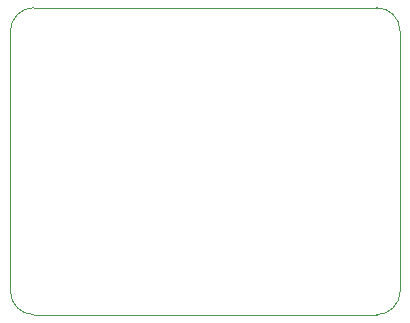
<source format=gm1>
G04 #@! TF.GenerationSoftware,KiCad,Pcbnew,6.0.11-2627ca5db0~126~ubuntu22.04.1*
G04 #@! TF.CreationDate,2023-06-19T15:46:02-07:00*
G04 #@! TF.ProjectId,VL53L1x_pwm,564c3533-4c31-4785-9f70-776d2e6b6963,rev?*
G04 #@! TF.SameCoordinates,Original*
G04 #@! TF.FileFunction,Profile,NP*
%FSLAX46Y46*%
G04 Gerber Fmt 4.6, Leading zero omitted, Abs format (unit mm)*
G04 Created by KiCad (PCBNEW 6.0.11-2627ca5db0~126~ubuntu22.04.1) date 2023-06-19 15:46:02*
%MOMM*%
%LPD*%
G01*
G04 APERTURE LIST*
G04 #@! TA.AperFunction,Profile*
%ADD10C,0.100000*%
G04 #@! TD*
G04 APERTURE END LIST*
D10*
X150500000Y-88000000D02*
G75*
G03*
X148500000Y-86000000I-2000000J0D01*
G01*
X148500000Y-86000000D02*
X119500000Y-86000000D01*
X117500000Y-110000000D02*
G75*
G03*
X119500000Y-112000000I2000000J0D01*
G01*
X119500000Y-112000000D02*
X148500000Y-112000000D01*
X117500000Y-88000000D02*
X117500000Y-110000000D01*
X150500000Y-110000000D02*
X150500000Y-88000000D01*
X119500000Y-86000000D02*
G75*
G03*
X117500000Y-88000000I0J-2000000D01*
G01*
X148500000Y-112000000D02*
G75*
G03*
X150500000Y-110000000I0J2000000D01*
G01*
M02*

</source>
